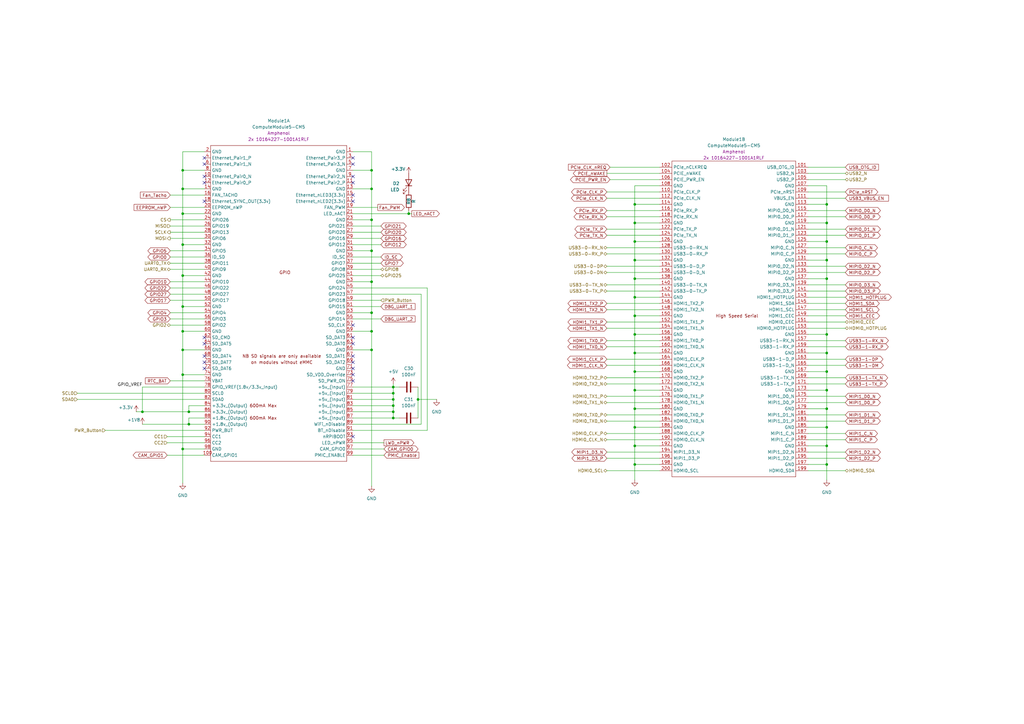
<source format=kicad_sch>
(kicad_sch (version 20250114) (generator "eeschema") (generator_version "9.0")
  (paper "A3")
  (lib_symbols
    (symbol "CM5IO:ComputeModule5-CM5"
      (property "Reference" "Module" (at 113.03 -68.58 0))
      (property "Value" "ComputeModule5-CM5" (at 140.97 2.54 0))
      (property "Field4" "Amphenol" (at 0 0 0))
      (property "Field5" "2x 10164227-1001A1RLF" (at 0 -2.54 0))
      (symbol "ComputeModule5-CM5_1_0"
        (text "GPIO" (at 0 6.35 0) (effects (font (size 1.27 1.27))))
      )
      (symbol "ComputeModule5-CM5_1_1"
        (rectangle (start -30.48 -71.12) (end 25.4 58.42))
        (text "600mA Max" (at -8.89 -48.26 0) (effects (font (size 1.27 1.27))))
        (text "600mA Max" (at -8.89 -53.34 0) (effects (font (size 1.27 1.27))))
        (text "NB SD signals are only available" (at -1.27 -27.94 0) (effects (font (size 1.27 1.27))))
        (text "on modules without eMMC" (at -1.27 -30.48 0) (effects (font (size 1.27 1.27))))
        (pin power_in line (at -33.02 55.88 0) (length 2.54) (name "GND") (number "2"))
        (pin passive line (at -33.02 53.34 0) (length 2.54) (name "Ethernet_Pair1_P") (number "4"))
        (pin passive line (at -33.02 50.8 0) (length 2.54) (name "Ethernet_Pair1_N") (number "6"))
        (pin power_in line (at -33.02 48.26 0) (length 2.54) (name "GND") (number "8"))
        (pin passive line (at -33.02 45.72 0) (length 2.54) (name "Ethernet_Pair0_N") (number "10"))
        (pin passive line (at -33.02 43.18 0) (length 2.54) (name "Ethernet_Pair0_P") (number "12"))
        (pin power_in line (at -33.02 40.64 0) (length 2.54) (name "GND") (number "14"))
        (pin input line (at -33.02 38.1 0) (length 2.54) (name "FAN_TACHO") (number "16"))
        (pin input line (at -33.02 35.56 0) (length 2.54) (name "Ethernet_SYNC_OUT(3.3v)") (number "18"))
        (pin passive line (at -33.02 33.02 0) (length 2.54) (name "EEPROM_nWP") (number "20"))
        (pin power_in line (at -33.02 30.48 0) (length 2.54) (name "GND") (number "22"))
        (pin passive line (at -33.02 27.94 0) (length 2.54) (name "GPIO26") (number "24"))
        (pin passive line (at -33.02 25.4 0) (length 2.54) (name "GPIO19") (number "26"))
        (pin passive line (at -33.02 22.86 0) (length 2.54) (name "GPIO13") (number "28"))
        (pin passive line (at -33.02 20.32 0) (length 2.54) (name "GPIO6") (number "30"))
        (pin power_in line (at -33.02 17.78 0) (length 2.54) (name "GND") (number "32"))
        (pin passive line (at -33.02 15.24 0) (length 2.54) (name "GPIO5") (number "34"))
        (pin passive line (at -33.02 12.7 0) (length 2.54) (name "ID_SD") (number "36"))
        (pin passive line (at -33.02 10.16 0) (length 2.54) (name "GPIO11") (number "38"))
        (pin passive line (at -33.02 7.62 0) (length 2.54) (name "GPIO9") (number "40"))
        (pin power_in line (at -33.02 5.08 0) (length 2.54) (name "GND") (number "42"))
        (pin passive line (at -33.02 2.54 0) (length 2.54) (name "GPIO10") (number "44"))
        (pin passive line (at -33.02 0 0) (length 2.54) (name "GPIO22") (number "46"))
        (pin passive line (at -33.02 -2.54 0) (length 2.54) (name "GPIO27") (number "48"))
        (pin passive line (at -33.02 -5.08 0) (length 2.54) (name "GPIO17") (number "50"))
        (pin power_in line (at -33.02 -7.62 0) (length 2.54) (name "GND") (number "52"))
        (pin passive line (at -33.02 -10.16 0) (length 2.54) (name "GPIO4") (number "54"))
        (pin passive line (at -33.02 -12.7 0) (length 2.54) (name "GPIO3") (number "56"))
        (pin passive line (at -33.02 -15.24 0) (length 2.54) (name "GPIO2") (number "58"))
        (pin power_in line (at -33.02 -17.78 0) (length 2.54) (name "GND") (number "60"))
        (pin passive line (at -33.02 -20.32 0) (length 2.54) (name "SD_CMD") (number "62"))
        (pin passive line (at -33.02 -22.86 0) (length 2.54) (name "SD_DAT5") (number "64"))
        (pin power_in line (at -33.02 -25.4 0) (length 2.54) (name "GND") (number "66"))
        (pin passive line (at -33.02 -27.94 0) (length 2.54) (name "SD_DAT4") (number "68"))
        (pin passive line (at -33.02 -30.48 0) (length 2.54) (name "SD_DAT7") (number "70"))
        (pin passive line (at -33.02 -33.02 0) (length 2.54) (name "SD_DAT6") (number "72"))
        (pin power_in line (at -33.02 -35.56 0) (length 2.54) (name "GND") (number "74"))
        (pin passive line (at -33.02 -38.1 0) (length 2.54) (name "VBAT") (number "76"))
        (pin power_in line (at -33.02 -40.64 0) (length 2.54) (name "GPIO_VREF(1.8v/3.3v_Input)") (number "78"))
        (pin passive line (at -33.02 -43.18 0) (length 2.54) (name "SCL0") (number "80"))
        (pin passive line (at -33.02 -45.72 0) (length 2.54) (name "SDA0") (number "82"))
        (pin power_out line (at -33.02 -48.26 0) (length 2.54) (name "+3.3v_(Output)") (number "84"))
        (pin passive line (at -33.02 -50.8 0) (length 2.54) (name "+3.3v_(Output)") (number "86"))
        (pin power_out line (at -33.02 -53.34 0) (length 2.54) (name "+1.8v_(Output)") (number "88"))
        (pin passive line (at -33.02 -55.88 0) (length 2.54) (name "+1.8v_(Output)") (number "90"))
        (pin passive line (at -33.02 -58.42 0) (length 2.54) (name "PWR_BUT") (number "92"))
        (pin passive line (at -33.02 -60.96 0) (length 2.54) (name "CC1") (number "94"))
        (pin passive line (at -33.02 -63.5 0) (length 2.54) (name "CC2") (number "96"))
        (pin power_in line (at -33.02 -66.04 0) (length 2.54) (name "GND") (number "98"))
        (pin passive line (at -33.02 -68.58 0) (length 2.54) (name "CAM_GPIO1") (number "100"))
        (pin power_in line (at 27.94 55.88 180) (length 2.54) (name "GND") (number "1"))
        (pin passive line (at 27.94 53.34 180) (length 2.54) (name "Ethernet_Pair3_P") (number "3"))
        (pin passive line (at 27.94 50.8 180) (length 2.54) (name "Ethernet_Pair3_N") (number "5"))
        (pin power_in line (at 27.94 48.26 180) (length 2.54) (name "GND") (number "7"))
        (pin passive line (at 27.94 45.72 180) (length 2.54) (name "Ethernet_Pair2_N") (number "9"))
        (pin passive line (at 27.94 43.18 180) (length 2.54) (name "Ethernet_Pair2_P") (number "11"))
        (pin power_in line (at 27.94 40.64 180) (length 2.54) (name "GND") (number "13"))
        (pin output line (at 27.94 38.1 180) (length 2.54) (name "Ethernet_nLED3(3.3v)") (number "15"))
        (pin output line (at 27.94 35.56 180) (length 2.54) (name "Ethernet_nLED2(3.3v)") (number "17"))
        (pin output line (at 27.94 33.02 180) (length 2.54) (name "FAN_PWM") (number "19"))
        (pin open_collector line (at 27.94 30.48 180) (length 2.54) (name "LED_nACT") (number "21"))
        (pin power_in line (at 27.94 27.94 180) (length 2.54) (name "GND") (number "23"))
        (pin passive line (at 27.94 25.4 180) (length 2.54) (name "GPIO21") (number "25"))
        (pin passive line (at 27.94 22.86 180) (length 2.54) (name "GPIO20") (number "27"))
        (pin passive line (at 27.94 20.32 180) (length 2.54) (name "GPIO16") (number "29"))
        (pin passive line (at 27.94 17.78 180) (length 2.54) (name "GPIO12") (number "31"))
        (pin power_in line (at 27.94 15.24 180) (length 2.54) (name "GND") (number "33"))
        (pin passive line (at 27.94 12.7 180) (length 2.54) (name "ID_SC") (number "35"))
        (pin passive line (at 27.94 10.16 180) (length 2.54) (name "GPIO7") (number "37"))
        (pin passive line (at 27.94 7.62 180) (length 2.54) (name "GPIO8") (number "39"))
        (pin passive line (at 27.94 5.08 180) (length 2.54) (name "GPIO25") (number "41"))
        (pin power_in line (at 27.94 2.54 180) (length 2.54) (name "GND") (number "43"))
        (pin passive line (at 27.94 0 180) (length 2.54) (name "GPIO24") (number "45"))
        (pin passive line (at 27.94 -2.54 180) (length 2.54) (name "GPIO23") (number "47"))
        (pin passive line (at 27.94 -5.08 180) (length 2.54) (name "GPIO18") (number "49"))
        (pin passive line (at 27.94 -7.62 180) (length 2.54) (name "GPIO15") (number "51"))
        (pin power_in line (at 27.94 -10.16 180) (length 2.54) (name "GND") (number "53"))
        (pin passive line (at 27.94 -12.7 180) (length 2.54) (name "GPIO14") (number "55"))
        (pin passive line (at 27.94 -15.24 180) (length 2.54) (name "SD_CLK") (number "57"))
        (pin power_in line (at 27.94 -17.78 180) (length 2.54) (name "GND") (number "59"))
        (pin passive line (at 27.94 -20.32 180) (length 2.54) (name "SD_DAT3") (number "61"))
        (pin passive line (at 27.94 -22.86 180) (length 2.54) (name "SD_DAT0") (number "63"))
        (pin power_in line (at 27.94 -25.4 180) (length 2.54) (name "GND") (number "65"))
        (pin passive line (at 27.94 -27.94 180) (length 2.54) (name "SD_DAT1") (number "67"))
        (pin passive line (at 27.94 -30.48 180) (length 2.54) (name "SD_DAT2") (number "69"))
        (pin power_in line (at 27.94 -33.02 180) (length 2.54) (name "GND") (number "71"))
        (pin input line (at 27.94 -35.56 180) (length 2.54) (name "SD_VDD_Override") (number "73"))
        (pin output line (at 27.94 -38.1 180) (length 2.54) (name "SD_PWR_ON") (number "75"))
        (pin power_in line (at 27.94 -40.64 180) (length 2.54) (name "+5v_(Input)") (number "77"))
        (pin power_in line (at 27.94 -43.18 180) (length 2.54) (name "+5v_(Input)") (number "79"))
        (pin power_in line (at 27.94 -45.72 180) (length 2.54) (name "+5v_(Input)") (number "81"))
        (pin power_in line (at 27.94 -48.26 180) (length 2.54) (name "+5v_(Input)") (number "83"))
        (pin power_in line (at 27.94 -50.8 180) (length 2.54) (name "+5v_(Input)") (number "85"))
        (pin power_in line (at 27.94 -53.34 180) (length 2.54) (name "+5v_(Input)") (number "87"))
        (pin input line (at 27.94 -55.88 180) (length 2.54) (name "WiFi_nDisable") (number "89"))
        (pin input line (at 27.94 -58.42 180) (length 2.54) (name "BT_nDisable") (number "91"))
        (pin input line (at 27.94 -60.96 180) (length 2.54) (name "nRPIBOOT") (number "93"))
        (pin output line (at 27.94 -63.5 180) (length 2.54) (name "LED_nPWR") (number "95"))
        (pin passive line (at 27.94 -66.04 180) (length 2.54) (name "CAM_GPIO0") (number "97"))
        (pin input line (at 27.94 -68.58 180) (length 2.54) (name "PMIC_ENABLE") (number "99"))
      )
      (symbol "ComputeModule5-CM5_2_1"
        (rectangle (start 114.3 -66.04) (end 165.1 63.5))
        (text "High Speed Serial" (at 140.97 0 0) (effects (font (size 1.27 1.27))))
        (pin input line (at 109.22 60.96 0) (length 5.08) (name "PCIe_nCLKREQ") (number "102"))
        (pin input line (at 109.22 58.42 0) (length 5.08) (name "PCIE_nWAKE") (number "104"))
        (pin output line (at 109.22 55.88 0) (length 5.08) (name "PCIE_PWR_EN") (number "106"))
        (pin power_in line (at 109.22 53.34 0) (length 5.08) (name "GND") (number "108"))
        (pin output line (at 109.22 50.8 0) (length 5.08) (name "PCIe_CLK_P") (number "110"))
        (pin output line (at 109.22 48.26 0) (length 5.08) (name "PCIe_CLK_N") (number "112"))
        (pin power_in line (at 109.22 45.72 0) (length 5.08) (name "GND") (number "114"))
        (pin input line (at 109.22 43.18 0) (length 5.08) (name "PCIe_RX_P") (number "116"))
        (pin input line (at 109.22 40.64 0) (length 5.08) (name "PCIe_RX_N") (number "118"))
        (pin power_in line (at 109.22 38.1 0) (length 5.08) (name "GND") (number "120"))
        (pin output line (at 109.22 35.56 0) (length 5.08) (name "PCIe_TX_P") (number "122"))
        (pin output line (at 109.22 33.02 0) (length 5.08) (name "PCIe_TX_N") (number "124"))
        (pin power_in line (at 109.22 30.48 0) (length 5.08) (name "GND") (number "126"))
        (pin input line (at 109.22 27.94 0) (length 5.08) (name "USB3-0-RX_N") (number "128"))
        (pin input line (at 109.22 25.4 0) (length 5.08) (name "USB3-0-RX_P") (number "130"))
        (pin power_in line (at 109.22 22.86 0) (length 5.08) (name "GND") (number "132"))
        (pin passive line (at 109.22 20.32 0) (length 5.08) (name "USB3-0-D_P") (number "134"))
        (pin passive line (at 109.22 17.78 0) (length 5.08) (name "USB3-0-D_N") (number "136"))
        (pin power_in line (at 109.22 15.24 0) (length 5.08) (name "GND") (number "138"))
        (pin output line (at 109.22 12.7 0) (length 5.08) (name "USB3-0-TX_N") (number "140"))
        (pin output line (at 109.22 10.16 0) (length 5.08) (name "USB3-0-TX_P") (number "142"))
        (pin power_in line (at 109.22 7.62 0) (length 5.08) (name "GND") (number "144"))
        (pin output line (at 109.22 5.08 0) (length 5.08) (name "HDMI1_TX2_P") (number "146"))
        (pin output line (at 109.22 2.54 0) (length 5.08) (name "HDMI1_TX2_N") (number "148"))
        (pin power_in line (at 109.22 0 0) (length 5.08) (name "GND") (number "150"))
        (pin output line (at 109.22 -2.54 0) (length 5.08) (name "HDMI1_TX1_P") (number "152"))
        (pin output line (at 109.22 -5.08 0) (length 5.08) (name "HDMI1_TX1_N") (number "154"))
        (pin power_in line (at 109.22 -7.62 0) (length 5.08) (name "GND") (number "156"))
        (pin output line (at 109.22 -10.16 0) (length 5.08) (name "HDMI1_TX0_P") (number "158"))
        (pin output line (at 109.22 -12.7 0) (length 5.08) (name "HDMI1_TX0_N") (number "160"))
        (pin power_in line (at 109.22 -15.24 0) (length 5.08) (name "GND") (number "162"))
        (pin output line (at 109.22 -17.78 0) (length 5.08) (name "HDMI1_CLK_P") (number "164"))
        (pin output line (at 109.22 -20.32 0) (length 5.08) (name "HDMI1_CLK_N") (number "166"))
        (pin power_in line (at 109.22 -22.86 0) (length 5.08) (name "GND") (number "168"))
        (pin output line (at 109.22 -25.4 0) (length 5.08) (name "HDMI0_TX2_P") (number "170"))
        (pin output line (at 109.22 -27.94 0) (length 5.08) (name "HDMI0_TX2_N") (number "172"))
        (pin power_in line (at 109.22 -30.48 0) (length 5.08) (name "GND") (number "174"))
        (pin output line (at 109.22 -33.02 0) (length 5.08) (name "HDMI0_TX1_P") (number "176"))
        (pin output line (at 109.22 -35.56 0) (length 5.08) (name "HDMI0_TX1_N") (number "178"))
        (pin power_in line (at 109.22 -38.1 0) (length 5.08) (name "GND") (number "180"))
        (pin output line (at 109.22 -40.64 0) (length 5.08) (name "HDMI0_TX0_P") (number "182"))
        (pin output line (at 109.22 -43.18 0) (length 5.08) (name "HDMI0_TX0_N") (number "184"))
        (pin power_in line (at 109.22 -45.72 0) (length 5.08) (name "GND") (number "186"))
        (pin output line (at 109.22 -48.26 0) (length 5.08) (name "HDMI0_CLK_P") (number "188"))
        (pin output line (at 109.22 -50.8 0) (length 5.08) (name "HDMI0_CLK_N") (number "190"))
        (pin power_in line (at 109.22 -53.34 0) (length 5.08) (name "GND") (number "192"))
        (pin output line (at 109.22 -55.88 0) (length 5.08) (name "MIPI1_D3_N") (number "194"))
        (pin output line (at 109.22 -58.42 0) (length 5.08) (name "MIPI1_D3_P") (number "196"))
        (pin power_in line (at 109.22 -60.96 0) (length 5.08) (name "GND") (number "198"))
        (pin open_collector line (at 109.22 -63.5 0) (length 5.08) (name "HDMI0_SCL") (number "200"))
        (pin input line (at 170.18 60.96 180) (length 5.08) (name "USB_OTG_ID") (number "101"))
        (pin passive line (at 170.18 58.42 180) (length 5.08) (name "USB2_N") (number "103"))
        (pin passive line (at 170.18 55.88 180) (length 5.08) (name "USB2_P") (number "105"))
        (pin power_in line (at 170.18 53.34 180) (length 5.08) (name "GND") (number "107"))
        (pin output line (at 170.18 50.8 180) (length 5.08) (name "PCIe_nRST") (number "109"))
        (pin output line (at 170.18 48.26 180) (length 5.08) (name "VBUS_EN") (number "111"))
        (pin power_in line (at 170.18 45.72 180) (length 5.08) (name "GND") (number "113"))
        (pin input line (at 170.18 43.18 180) (length 5.08) (name "MIPI0_D0_N") (number "115"))
        (pin input line (at 170.18 40.64 180) (length 5.08) (name "MIPI0_D0_P") (number "117"))
        (pin power_in line (at 170.18 38.1 180) (length 5.08) (name "GND") (number "119"))
        (pin input line (at 170.18 35.56 180) (length 5.08) (name "MIPI0_D1_N") (number "121"))
        (pin input line (at 170.18 33.02 180) (length 5.08) (name "MIPI0_D1_P") (number "123"))
        (pin power_in line (at 170.18 30.48 180) (length 5.08) (name "GND") (number "125"))
        (pin input line (at 170.18 27.94 180) (length 5.08) (name "MIPI0_C_N") (number "127"))
        (pin input line (at 170.18 25.4 180) (length 5.08) (name "MIPI0_C_P") (number "129"))
        (pin power_in line (at 170.18 22.86 180) (length 5.08) (name "GND") (number "131"))
        (pin input line (at 170.18 20.32 180) (length 5.08) (name "MIPI0_D2_N") (number "133"))
        (pin input line (at 170.18 17.78 180) (length 5.08) (name "MIPI0_D2_P") (number "135"))
        (pin power_in line (at 170.18 15.24 180) (length 5.08) (name "GND") (number "137"))
        (pin input line (at 170.18 12.7 180) (length 5.08) (name "MIPI0_D3_N") (number "139"))
        (pin input line (at 170.18 10.16 180) (length 5.08) (name "MIPI0_D3_P") (number "141"))
        (pin input line (at 170.18 7.62 180) (length 5.08) (name "HDMI1_HOTPLUG") (number "143"))
        (pin bidirectional line (at 170.18 5.08 180) (length 5.08) (name "HDMI1_SDA") (number "145"))
        (pin open_collector line (at 170.18 2.54 180) (length 5.08) (name "HDMI1_SCL") (number "147"))
        (pin open_collector line (at 170.18 0 180) (length 5.08) (name "HDMI1_CEC") (number "149"))
        (pin open_collector line (at 170.18 -2.54 180) (length 5.08) (name "HDMI0_CEC") (number "151"))
        (pin input line (at 170.18 -5.08 180) (length 5.08) (name "HDMI0_HOTPLUG") (number "153"))
        (pin power_in line (at 170.18 -7.62 180) (length 5.08) (name "GND") (number "155"))
        (pin input line (at 170.18 -10.16 180) (length 5.08) (name "USB3-1-RX_N") (number "157"))
        (pin input line (at 170.18 -12.7 180) (length 5.08) (name "USB3-1-RX_P") (number "159"))
        (pin power_in line (at 170.18 -15.24 180) (length 5.08) (name "GND") (number "161"))
        (pin passive line (at 170.18 -17.78 180) (length 5.08) (name "USB3-1-D_P") (number "163"))
        (pin passive line (at 170.18 -20.32 180) (length 5.08) (name "USB3-1-D_N") (number "165"))
        (pin power_in line (at 170.18 -22.86 180) (length 5.08) (name "GND") (number "167"))
        (pin output line (at 170.18 -25.4 180) (length 5.08) (name "USB3-1-TX_N") (number "169"))
        (pin output line (at 170.18 -27.94 180) (length 5.08) (name "USB3-1-TX_P") (number "171"))
        (pin power_in line (at 170.18 -30.48 180) (length 5.08) (name "GND") (number "173"))
        (pin output line (at 170.18 -33.02 180) (length 5.08) (name "MIPI1_D0_N") (number "175"))
        (pin output line (at 170.18 -35.56 180) (length 5.08) (name "MIPI1_D0_P") (number "177"))
        (pin power_in line (at 170.18 -38.1 180) (length 5.08) (name "GND") (number "179"))
        (pin output line (at 170.18 -40.64 180) (length 5.08) (name "MIPI1_D1_N") (number "181"))
        (pin output line (at 170.18 -43.18 180) (length 5.08) (name "MIPI1_D1_P") (number "183"))
        (pin power_in line (at 170.18 -45.72 180) (length 5.08) (name "GND") (number "185"))
        (pin output line (at 170.18 -48.26 180) (length 5.08) (name "MIPI1_C_N") (number "187"))
        (pin output line (at 170.18 -50.8 180) (length 5.08) (name "MIPI1_C_P") (number "189"))
        (pin power_in line (at 170.18 -53.34 180) (length 5.08) (name "GND") (number "191"))
        (pin output line (at 170.18 -55.88 180) (length 5.08) (name "MIPI1_D2_N") (number "193"))
        (pin output line (at 170.18 -58.42 180) (length 5.08) (name "MIPI1_D2_P") (number "195"))
        (pin power_in line (at 170.18 -60.96 180) (length 5.08) (name "GND") (number "197"))
        (pin bidirectional line (at 170.18 -63.5 180) (length 5.08) (name "HDMI0_SDA") (number "199"))
      )
    )
    (symbol "Device:C" (pin_numbers (hide yes)) (pin_names (offset 0.254))
      (property "Reference" "C" (at 0.635 2.54 0))
      (property "Value" "C" (at 0.635 -2.54 0))
      (symbol "C_0_1"
        (polyline (pts (xy -2.032 0.762) (xy 2.032 0.762)) (stroke (width 0.508)))
        (polyline (pts (xy -2.032 -0.762) (xy 2.032 -0.762)) (stroke (width 0.508)))
      )
      (symbol "C_1_1"
        (pin passive line (at 0 3.81 270) (length 2.794) (name "~") (number "1"))
        (pin passive line (at 0 -3.81 90) (length 2.794) (name "~") (number "2"))
      )
    )
    (symbol "Device:LED" (pin_numbers (hide yes)) (pin_names (offset 1.016) (hide yes))
      (property "Reference" "D" (at 0 2.54 0))
      (property "Value" "LED" (at 0 -2.54 0))
      (symbol "LED_0_1"
        (polyline (pts (xy -3.048 -0.762) (xy -4.572 -2.286) (xy -3.81 -2.286) (xy -4.572 -2.286) (xy -4.572 -1.524)))
        (polyline (pts (xy -1.778 -0.762) (xy -3.302 -2.286) (xy -2.54 -2.286) (xy -3.302 -2.286) (xy -3.302 -1.524)))
        (polyline (pts (xy -1.27 0) (xy 1.27 0)))
        (polyline (pts (xy -1.27 -1.27) (xy -1.27 1.27)) (stroke (width 0.254)))
        (polyline (pts (xy 1.27 -1.27) (xy 1.27 1.27) (xy -1.27 0) (xy 1.27 -1.27)) (stroke (width 0.254)))
      )
      (symbol "LED_1_1"
        (pin passive line (at -3.81 0 0) (length 2.54) (name "K") (number "1"))
        (pin passive line (at 3.81 0 180) (length 2.54) (name "A") (number "2"))
      )
    )
    (symbol "Device:R" (pin_numbers (hide yes)) (pin_names (offset 0))
      (property "Reference" "R" (at 2.032 0 90))
      (property "Value" "R" (at 0 0 90))
      (symbol "R_0_1"
        (rectangle (start -1.016 -2.54) (end 1.016 2.54) (stroke (width 0.254)))
      )
      (symbol "R_1_1"
        (pin passive line (at 0 3.81 270) (length 1.27) (name "~") (number "1"))
        (pin passive line (at 0 -3.81 90) (length 1.27) (name "~") (number "2"))
      )
    )
    (symbol "power:+1V8" (power) (pin_numbers (hide yes)) (pin_names (offset 0) (hide yes))
      (property "Value" "+1V8" (at 0 3.556 0))
      (symbol "+1V8_0_1"
        (polyline (pts (xy -0.762 1.27) (xy 0 2.54)))
        (polyline (pts (xy 0 2.54) (xy 0.762 1.27)))
        (polyline (pts (xy 0 0) (xy 0 2.54)))
      )
      (symbol "+1V8_1_1"
        (pin power_in line (at 0 0 90) (length 0) (name "~") (number "1"))
      )
    )
    (symbol "power:+3.3V" (power) (pin_numbers (hide yes)) (pin_names (offset 0) (hide yes))
      (property "Value" "+3.3V" (at 0 3.556 0))
      (symbol "+3.3V_0_1"
        (polyline (pts (xy -0.762 1.27) (xy 0 2.54)))
        (polyline (pts (xy 0 2.54) (xy 0.762 1.27)))
        (polyline (pts (xy 0 0) (xy 0 2.54)))
      )
      (symbol "+3.3V_1_1"
        (pin power_in line (at 0 0 90) (length 0) (name "~") (number "1"))
      )
    )
    (symbol "power:+5V" (power) (pin_numbers (hide yes)) (pin_names (offset 0) (hide yes))
      (property "Value" "+5V" (at 0 3.556 0))
      (symbol "+5V_0_1"
        (polyline (pts (xy -0.762 1.27) (xy 0 2.54)))
        (polyline (pts (xy 0 2.54) (xy 0.762 1.27)))
        (polyline (pts (xy 0 0) (xy 0 2.54)))
      )
      (symbol "+5V_1_1"
        (pin power_in line (at 0 0 90) (length 0) (name "~") (number "1"))
      )
    )
    (symbol "power:GND" (power) (pin_numbers (hide yes)) (pin_names (offset 0) (hide yes))
      (property "Value" "GND" (at 0 -3.81 0))
      (symbol "GND_0_1"
        (polyline (pts (xy 0 0) (xy 0 -1.27) (xy 1.27 -1.27) (xy 0 -2.54) (xy -1.27 -1.27) (xy 0 -1.27)))
      )
      (symbol "GND_1_1"
        (pin power_in line (at 0 0 270) (length 0) (name "~") (number "1"))
      )
    )
  )
  (junction (at 74.93 113.03))
  (junction (at 152.4 128.27))
  (junction (at 74.93 69.85))
  (junction (at 167.64 87.63))
  (junction (at 339.09 160.02))
  (junction (at 260.35 114.3))
  (junction (at 339.09 182.88))
  (junction (at 339.09 190.5))
  (junction (at 74.93 184.15))
  (junction (at 58.42 168.91))
  (junction (at 339.09 114.3))
  (junction (at 171.45 163.83))
  (junction (at 161.29 158.75))
  (junction (at 74.93 125.73))
  (junction (at 74.93 100.33))
  (junction (at 260.35 129.54))
  (junction (at 339.09 175.26))
  (junction (at 74.93 135.89))
  (junction (at 260.35 106.68))
  (junction (at 152.4 77.47))
  (junction (at 77.47 173.99))
  (junction (at 152.4 135.89))
  (junction (at 260.35 152.4))
  (junction (at 260.35 91.44))
  (junction (at 152.4 115.57))
  (junction (at 74.93 143.51))
  (junction (at 260.35 175.26))
  (junction (at 161.29 168.91))
  (junction (at 161.29 163.83))
  (junction (at 260.35 167.64))
  (junction (at 161.29 166.37))
  (junction (at 152.4 143.51))
  (junction (at 260.35 182.88))
  (junction (at 152.4 90.17))
  (junction (at 260.35 83.82))
  (junction (at 339.09 106.68))
  (junction (at 339.09 137.16))
  (junction (at 74.93 77.47))
  (junction (at 161.29 171.45))
  (junction (at 152.4 102.87))
  (junction (at 152.4 69.85))
  (junction (at 339.09 83.82))
  (junction (at 339.09 99.06))
  (junction (at 339.09 91.44))
  (junction (at 260.35 160.02))
  (junction (at 161.29 161.29))
  (junction (at 260.35 144.78))
  (junction (at 260.35 137.16))
  (junction (at 74.93 153.67))
  (junction (at 74.93 87.63))
  (junction (at 339.09 167.64))
  (junction (at 77.47 168.91))
  (junction (at 339.09 152.4))
  (junction (at 260.35 190.5))
  (junction (at 260.35 99.06))
  (junction (at 339.09 144.78))
  (junction (at 260.35 121.92))
  (no_connect (at 144.78 148.59))
  (no_connect (at 144.78 82.55))
  (no_connect (at 83.82 72.39))
  (no_connect (at 83.82 138.43))
  (no_connect (at 83.82 146.05))
  (no_connect (at 144.78 64.77))
  (no_connect (at 83.82 74.93))
  (no_connect (at 83.82 82.55))
  (no_connect (at 144.78 153.67))
  (no_connect (at 144.78 138.43))
  (no_connect (at 83.82 64.77))
  (no_connect (at 83.82 140.97))
  (no_connect (at 144.78 156.21))
  (no_connect (at 83.82 67.31))
  (no_connect (at 144.78 80.01))
  (no_connect (at 144.78 72.39))
  (no_connect (at 144.78 140.97))
  (no_connect (at 83.82 151.13))
  (no_connect (at 144.78 133.35))
  (no_connect (at 144.78 146.05))
  (no_connect (at 83.82 148.59))
  (no_connect (at 144.78 74.93))
  (no_connect (at 144.78 179.07))
  (no_connect (at 144.78 67.31))
  (no_connect (at 144.78 151.13))
  (wire (pts (xy 144.78 120.65) (xy 172.72 120.65)))
  (wire (pts (xy 346.71 170.18) (xy 331.47 170.18)))
  (wire (pts (xy 74.93 153.67) (xy 74.93 143.51)))
  (wire (pts (xy 144.78 135.89) (xy 152.4 135.89)))
  (wire (pts (xy 83.82 181.61) (xy 68.58 181.61)))
  (wire (pts (xy 270.51 104.14) (xy 248.92 104.14)))
  (wire (pts (xy 83.82 184.15) (xy 74.93 184.15)))
  (wire (pts (xy 270.51 83.82) (xy 260.35 83.82)))
  (wire (pts (xy 74.93 125.73) (xy 74.93 113.03)))
  (wire (pts (xy 83.82 107.95) (xy 69.85 107.95)))
  (wire (pts (xy 346.71 124.46) (xy 331.47 124.46)))
  (wire (pts (xy 83.82 179.07) (xy 68.58 179.07)))
  (wire (pts (xy 270.51 111.76) (xy 248.92 111.76)))
  (wire (pts (xy 83.82 123.19) (xy 69.85 123.19)))
  (wire (pts (xy 31.75 161.29) (xy 83.82 161.29)))
  (wire (pts (xy 74.93 87.63) (xy 74.93 77.47)))
  (wire (pts (xy 144.78 143.51) (xy 152.4 143.51)))
  (wire (pts (xy 161.29 171.45) (xy 163.83 171.45)))
  (wire (pts (xy 346.71 147.32) (xy 331.47 147.32)))
  (wire (pts (xy 83.82 120.65) (xy 69.85 120.65)))
  (wire (pts (xy 270.51 76.2) (xy 260.35 76.2)))
  (wire (pts (xy 270.51 73.66) (xy 250.19 73.66)))
  (wire (pts (xy 270.51 99.06) (xy 260.35 99.06)))
  (wire (pts (xy 260.35 182.88) (xy 260.35 175.26)))
  (wire (pts (xy 161.29 157.48) (xy 161.29 158.75)))
  (wire (pts (xy 156.21 105.41) (xy 144.78 105.41)))
  (wire (pts (xy 77.47 171.45) (xy 77.47 173.99)))
  (wire (pts (xy 83.82 110.49) (xy 69.85 110.49)))
  (wire (pts (xy 260.35 137.16) (xy 260.35 129.54)))
  (wire (pts (xy 83.82 95.25) (xy 69.85 95.25)))
  (wire (pts (xy 156.21 95.25) (xy 144.78 95.25)))
  (wire (pts (xy 346.71 172.72) (xy 331.47 172.72)))
  (wire (pts (xy 83.82 158.75) (xy 58.42 158.75)))
  (wire (pts (xy 171.45 158.75) (xy 171.45 163.83)))
  (wire (pts (xy 346.71 104.14) (xy 331.47 104.14)))
  (wire (pts (xy 270.51 165.1) (xy 248.92 165.1)))
  (wire (pts (xy 346.71 180.34) (xy 331.47 180.34)))
  (wire (pts (xy 270.51 142.24) (xy 248.92 142.24)))
  (wire (pts (xy 179.07 163.83) (xy 171.45 163.83)))
  (wire (pts (xy 270.51 147.32) (xy 248.92 147.32)))
  (wire (pts (xy 260.35 114.3) (xy 260.35 106.68)))
  (wire (pts (xy 152.4 199.39) (xy 152.4 143.51)))
  (wire (pts (xy 83.82 130.81) (xy 69.85 130.81)))
  (wire (pts (xy 270.51 91.44) (xy 260.35 91.44)))
  (wire (pts (xy 270.51 81.28) (xy 248.92 81.28)))
  (wire (pts (xy 331.47 167.64) (xy 339.09 167.64)))
  (wire (pts (xy 260.35 175.26) (xy 260.35 167.64)))
  (wire (pts (xy 331.47 152.4) (xy 339.09 152.4)))
  (wire (pts (xy 270.51 134.62) (xy 248.92 134.62)))
  (wire (pts (xy 270.51 152.4) (xy 260.35 152.4)))
  (wire (pts (xy 270.51 139.7) (xy 248.92 139.7)))
  (wire (pts (xy 161.29 163.83) (xy 161.29 161.29)))
  (wire (pts (xy 346.71 193.04) (xy 331.47 193.04)))
  (wire (pts (xy 144.78 69.85) (xy 152.4 69.85)))
  (wire (pts (xy 156.21 110.49) (xy 144.78 110.49)))
  (wire (pts (xy 144.78 176.53) (xy 175.26 176.53)))
  (wire (pts (xy 156.21 107.95) (xy 144.78 107.95)))
  (wire (pts (xy 339.09 175.26) (xy 339.09 167.64)))
  (wire (pts (xy 270.51 119.38) (xy 248.92 119.38)))
  (wire (pts (xy 346.71 88.9) (xy 331.47 88.9)))
  (wire (pts (xy 74.93 135.89) (xy 74.93 125.73)))
  (wire (pts (xy 260.35 152.4) (xy 260.35 144.78)))
  (wire (pts (xy 83.82 168.91) (xy 77.47 168.91)))
  (wire (pts (xy 331.47 114.3) (xy 339.09 114.3)))
  (wire (pts (xy 346.71 134.62) (xy 331.47 134.62)))
  (wire (pts (xy 339.09 144.78) (xy 339.09 137.16)))
  (wire (pts (xy 260.35 196.85) (xy 260.35 190.5)))
  (wire (pts (xy 346.71 71.12) (xy 331.47 71.12)))
  (wire (pts (xy 83.82 85.09) (xy 69.85 85.09)))
  (wire (pts (xy 270.51 109.22) (xy 248.92 109.22)))
  (wire (pts (xy 58.42 168.91) (xy 55.88 168.91)))
  (wire (pts (xy 152.4 128.27) (xy 152.4 115.57)))
  (wire (pts (xy 152.4 77.47) (xy 152.4 69.85)))
  (wire (pts (xy 74.93 113.03) (xy 74.93 100.33)))
  (wire (pts (xy 144.78 102.87) (xy 152.4 102.87)))
  (wire (pts (xy 346.71 73.66) (xy 331.47 73.66)))
  (wire (pts (xy 346.71 142.24) (xy 331.47 142.24)))
  (wire (pts (xy 157.48 186.69) (xy 144.78 186.69)))
  (wire (pts (xy 346.71 116.84) (xy 331.47 116.84)))
  (wire (pts (xy 260.35 144.78) (xy 260.35 137.16)))
  (wire (pts (xy 339.09 196.85) (xy 339.09 190.5)))
  (wire (pts (xy 83.82 171.45) (xy 77.47 171.45)))
  (wire (pts (xy 270.51 88.9) (xy 248.92 88.9)))
  (wire (pts (xy 74.93 100.33) (xy 74.93 87.63)))
  (wire (pts (xy 260.35 106.68) (xy 260.35 99.06)))
  (wire (pts (xy 270.51 96.52) (xy 248.92 96.52)))
  (wire (pts (xy 83.82 128.27) (xy 69.85 128.27)))
  (wire (pts (xy 270.51 149.86) (xy 248.92 149.86)))
  (wire (pts (xy 156.21 97.79) (xy 144.78 97.79)))
  (wire (pts (xy 152.4 135.89) (xy 152.4 128.27)))
  (wire (pts (xy 152.4 90.17) (xy 152.4 77.47)))
  (wire (pts (xy 270.51 170.18) (xy 248.92 170.18)))
  (wire (pts (xy 83.82 87.63) (xy 74.93 87.63)))
  (wire (pts (xy 152.4 143.51) (xy 152.4 135.89)))
  (wire (pts (xy 144.78 77.47) (xy 152.4 77.47)))
  (wire (pts (xy 74.93 198.12) (xy 74.93 184.15)))
  (wire (pts (xy 346.71 132.08) (xy 331.47 132.08)))
  (wire (pts (xy 74.93 69.85) (xy 74.93 62.23)))
  (wire (pts (xy 339.09 152.4) (xy 339.09 144.78)))
  (wire (pts (xy 346.71 127) (xy 331.47 127)))
  (wire (pts (xy 83.82 143.51) (xy 74.93 143.51)))
  (wire (pts (xy 83.82 135.89) (xy 74.93 135.89)))
  (wire (pts (xy 346.71 139.7) (xy 331.47 139.7)))
  (wire (pts (xy 58.42 158.75) (xy 58.42 168.91)))
  (wire (pts (xy 331.47 160.02) (xy 339.09 160.02)))
  (wire (pts (xy 144.78 115.57) (xy 152.4 115.57)))
  (wire (pts (xy 331.47 190.5) (xy 339.09 190.5)))
  (wire (pts (xy 346.71 162.56) (xy 331.47 162.56)))
  (wire (pts (xy 270.51 160.02) (xy 260.35 160.02)))
  (wire (pts (xy 83.82 173.99) (xy 77.47 173.99)))
  (wire (pts (xy 161.29 166.37) (xy 161.29 163.83)))
  (wire (pts (xy 270.51 86.36) (xy 248.92 86.36)))
  (wire (pts (xy 144.78 128.27) (xy 152.4 128.27)))
  (wire (pts (xy 270.51 68.58) (xy 250.19 68.58)))
  (wire (pts (xy 270.51 190.5) (xy 260.35 190.5)))
  (wire (pts (xy 346.71 185.42) (xy 331.47 185.42)))
  (wire (pts (xy 83.82 133.35) (xy 69.85 133.35)))
  (wire (pts (xy 260.35 121.92) (xy 260.35 114.3)))
  (wire (pts (xy 270.51 106.68) (xy 260.35 106.68)))
  (wire (pts (xy 270.51 182.88) (xy 260.35 182.88)))
  (wire (pts (xy 270.51 180.34) (xy 248.92 180.34)))
  (wire (pts (xy 171.45 163.83) (xy 171.45 171.45)))
  (wire (pts (xy 339.09 114.3) (xy 339.09 106.68)))
  (wire (pts (xy 83.82 176.53) (xy 43.18 176.53)))
  (wire (pts (xy 156.21 100.33) (xy 144.78 100.33)))
  (wire (pts (xy 270.51 132.08) (xy 248.92 132.08)))
  (wire (pts (xy 144.78 161.29) (xy 161.29 161.29)))
  (wire (pts (xy 346.71 111.76) (xy 331.47 111.76)))
  (wire (pts (xy 270.51 154.94) (xy 248.92 154.94)))
  (wire (pts (xy 270.51 172.72) (xy 248.92 172.72)))
  (wire (pts (xy 152.4 102.87) (xy 152.4 90.17)))
  (wire (pts (xy 161.29 168.91) (xy 161.29 166.37)))
  (wire (pts (xy 144.78 173.99) (xy 172.72 173.99)))
  (wire (pts (xy 260.35 167.64) (xy 260.35 160.02)))
  (wire (pts (xy 346.71 177.8) (xy 331.47 177.8)))
  (wire (pts (xy 339.09 114.3) (xy 339.09 137.16)))
  (wire (pts (xy 161.29 158.75) (xy 163.83 158.75)))
  (wire (pts (xy 331.47 106.68) (xy 339.09 106.68)))
  (wire (pts (xy 74.93 62.23) (xy 83.82 62.23)))
  (wire (pts (xy 346.71 86.36) (xy 331.47 86.36)))
  (wire (pts (xy 83.82 80.01) (xy 69.85 80.01)))
  (wire (pts (xy 270.51 93.98) (xy 248.92 93.98)))
  (wire (pts (xy 270.51 78.74) (xy 248.92 78.74)))
  (wire (pts (xy 339.09 91.44) (xy 339.09 83.82)))
  (wire (pts (xy 83.82 102.87) (xy 69.85 102.87)))
  (wire (pts (xy 154.94 85.09) (xy 144.78 85.09)))
  (wire (pts (xy 77.47 166.37) (xy 77.47 168.91)))
  (wire (pts (xy 175.26 118.11) (xy 175.26 176.53)))
  (wire (pts (xy 339.09 99.06) (xy 339.09 91.44)))
  (wire (pts (xy 339.09 76.2) (xy 331.47 76.2)))
  (wire (pts (xy 270.51 127) (xy 248.92 127)))
  (wire (pts (xy 331.47 83.82) (xy 339.09 83.82)))
  (wire (pts (xy 346.71 78.74) (xy 331.47 78.74)))
  (wire (pts (xy 270.51 177.8) (xy 248.92 177.8)))
  (wire (pts (xy 83.82 153.67) (xy 74.93 153.67)))
  (wire (pts (xy 346.71 81.28) (xy 331.47 81.28)))
  (wire (pts (xy 74.93 143.51) (xy 74.93 135.89)))
  (wire (pts (xy 144.78 118.11) (xy 175.26 118.11)))
  (wire (pts (xy 172.72 120.65) (xy 172.72 173.99)))
  (wire (pts (xy 346.71 101.6) (xy 331.47 101.6)))
  (wire (pts (xy 31.75 163.83) (xy 83.82 163.83)))
  (wire (pts (xy 339.09 182.88) (xy 339.09 175.26)))
  (wire (pts (xy 339.09 83.82) (xy 339.09 76.2)))
  (wire (pts (xy 156.21 125.73) (xy 144.78 125.73)))
  (wire (pts (xy 331.47 91.44) (xy 339.09 91.44)))
  (wire (pts (xy 346.71 121.92) (xy 331.47 121.92)))
  (wire (pts (xy 346.71 154.94) (xy 331.47 154.94)))
  (wire (pts (xy 83.82 186.69) (xy 68.58 186.69)))
  (wire (pts (xy 83.82 166.37) (xy 77.47 166.37)))
  (wire (pts (xy 83.82 92.71) (xy 69.85 92.71)))
  (wire (pts (xy 346.71 157.48) (xy 331.47 157.48)))
  (wire (pts (xy 270.51 162.56) (xy 248.92 162.56)))
  (wire (pts (xy 161.29 161.29) (xy 161.29 158.75)))
  (wire (pts (xy 83.82 97.79) (xy 69.85 97.79)))
  (wire (pts (xy 144.78 163.83) (xy 161.29 163.83)))
  (wire (pts (xy 270.51 137.16) (xy 260.35 137.16)))
  (wire (pts (xy 83.82 118.11) (xy 69.85 118.11)))
  (wire (pts (xy 83.82 77.47) (xy 74.93 77.47)))
  (wire (pts (xy 339.09 106.68) (xy 339.09 99.06)))
  (wire (pts (xy 270.51 185.42) (xy 248.92 185.42)))
  (wire (pts (xy 83.82 115.57) (xy 69.85 115.57)))
  (wire (pts (xy 156.21 113.03) (xy 144.78 113.03)))
  (wire (pts (xy 270.51 124.46) (xy 248.92 124.46)))
  (wire (pts (xy 77.47 173.99) (xy 58.42 173.99)))
  (wire (pts (xy 331.47 99.06) (xy 339.09 99.06)))
  (wire (pts (xy 77.47 168.91) (xy 58.42 168.91)))
  (wire (pts (xy 260.35 190.5) (xy 260.35 182.88)))
  (wire (pts (xy 270.51 114.3) (xy 260.35 114.3)))
  (wire (pts (xy 152.4 62.23) (xy 144.78 62.23)))
  (wire (pts (xy 83.82 125.73) (xy 74.93 125.73)))
  (wire (pts (xy 270.51 129.54) (xy 260.35 129.54)))
  (wire (pts (xy 346.71 187.96) (xy 331.47 187.96)))
  (wire (pts (xy 270.51 175.26) (xy 260.35 175.26)))
  (wire (pts (xy 260.35 83.82) (xy 260.35 76.2)))
  (wire (pts (xy 270.51 144.78) (xy 260.35 144.78)))
  (wire (pts (xy 74.93 77.47) (xy 74.93 69.85)))
  (wire (pts (xy 270.51 101.6) (xy 248.92 101.6)))
  (wire (pts (xy 270.51 121.92) (xy 260.35 121.92)))
  (wire (pts (xy 339.09 190.5) (xy 339.09 182.88)))
  (wire (pts (xy 152.4 69.85) (xy 152.4 62.23)))
  (wire (pts (xy 83.82 113.03) (xy 74.93 113.03)))
  (wire (pts (xy 331.47 137.16) (xy 339.09 137.16)))
  (wire (pts (xy 270.51 71.12) (xy 248.92 71.12)))
  (wire (pts (xy 339.09 160.02) (xy 339.09 152.4)))
  (wire (pts (xy 260.35 99.06) (xy 260.35 91.44)))
  (wire (pts (xy 74.93 184.15) (xy 74.93 153.67)))
  (wire (pts (xy 346.71 165.1) (xy 331.47 165.1)))
  (wire (pts (xy 346.71 119.38) (xy 331.47 119.38)))
  (wire (pts (xy 270.51 157.48) (xy 248.92 157.48)))
  (wire (pts (xy 331.47 182.88) (xy 339.09 182.88)))
  (wire (pts (xy 152.4 115.57) (xy 152.4 102.87)))
  (wire (pts (xy 346.71 68.58) (xy 331.47 68.58)))
  (wire (pts (xy 346.71 149.86) (xy 331.47 149.86)))
  (wire (pts (xy 161.29 171.45) (xy 144.78 171.45)))
  (wire (pts (xy 144.78 130.81) (xy 156.21 130.81)))
  (wire (pts (xy 346.71 109.22) (xy 331.47 109.22)))
  (wire (pts (xy 331.47 144.78) (xy 339.09 144.78)))
  (wire (pts (xy 270.51 187.96) (xy 248.92 187.96)))
  (wire (pts (xy 157.48 181.61) (xy 144.78 181.61)))
  (wire (pts (xy 83.82 105.41) (xy 69.85 105.41)))
  (wire (pts (xy 339.09 167.64) (xy 339.09 160.02)))
  (wire (pts (xy 331.47 175.26) (xy 339.09 175.26)))
  (wire (pts (xy 346.71 93.98) (xy 331.47 93.98)))
  (wire (pts (xy 83.82 100.33) (xy 74.93 100.33)))
  (wire (pts (xy 83.82 69.85) (xy 74.93 69.85)))
  (wire (pts (xy 168.91 87.63) (xy 167.64 87.63)))
  (wire (pts (xy 156.21 92.71) (xy 144.78 92.71)))
  (wire (pts (xy 167.64 86.36) (xy 167.64 87.63)))
  (wire (pts (xy 260.35 129.54) (xy 260.35 121.92)))
  (wire (pts (xy 156.21 123.19) (xy 144.78 123.19)))
  (wire (pts (xy 167.64 87.63) (xy 144.78 87.63)))
  (wire (pts (xy 144.78 90.17) (xy 152.4 90.17)))
  (wire (pts (xy 83.82 90.17) (xy 69.85 90.17)))
  (wire (pts (xy 270.51 167.64) (xy 260.35 167.64)))
  (wire (pts (xy 270.51 116.84) (xy 248.92 116.84)))
  (wire (pts (xy 270.51 193.04) (xy 248.92 193.04)))
  (wire (pts (xy 83.82 156.21) (xy 69.85 156.21)))
  (wire (pts (xy 157.48 184.15) (xy 144.78 184.15)))
  (wire (pts (xy 260.35 160.02) (xy 260.35 152.4)))
  (wire (pts (xy 346.71 129.54) (xy 331.47 129.54)))
  (wire (pts (xy 346.71 96.52) (xy 331.47 96.52)))
  (wire (pts (xy 161.29 158.75) (xy 144.78 158.75)))
  (wire (pts (xy 260.35 91.44) (xy 260.35 83.82)))
  (wire (pts (xy 161.29 168.91) (xy 161.29 171.45)))
  (wire (pts (xy 144.78 168.91) (xy 161.29 168.91)))
  (wire (pts (xy 144.78 166.37) (xy 161.29 166.37)))
  (label "GPIO_VREF" (at 58.42 158.75 180))
  (global_label "MIPI1_D2_P" (shape bidirectional) (at 346.71 187.96 0) (property "Intersheetrefs" "${INTERSHEET_REFS}" (effects (hide yes))))
  (global_label "MIPI0_D0_N" (shape bidirectional) (at 346.71 86.36 0) (property "Intersheetrefs" "${INTERSHEET_REFS}" (effects (hide yes))))
  (global_label "GPIO16" (shape bidirectional) (at 156.21 97.79 0) (property "Intersheetrefs" "${INTERSHEET_REFS}" (effects (hide yes))))
  (global_label "PCIE_nWAKE" (shape output) (at 248.92 71.12 180) (property "Intersheetrefs" "${INTERSHEET_REFS}" (effects (hide yes))))
  (global_label "MIPI0_D3_N" (shape bidirectional) (at 346.71 116.84 0) (property "Intersheetrefs" "${INTERSHEET_REFS}" (effects (hide yes))))
  (global_label "HDMI1_TX2_P" (shape bidirectional) (at 248.92 124.46 180) (property "Intersheetrefs" "${INTERSHEET_REFS}" (effects (hide yes))))
  (global_label "MIPI0_C_N" (shape bidirectional) (at 346.71 101.6 0) (property "Intersheetrefs" "${INTERSHEET_REFS}" (effects (hide yes))))
  (global_label "CAM_GPIO0" (shape bidirectional) (at 157.48 184.15 0) (property "Intersheetrefs" "${INTERSHEET_REFS}" (effects (hide yes))))
  (global_label "MIPI0_D3_P" (shape bidirectional) (at 346.71 119.38 0) (property "Intersheetrefs" "${INTERSHEET_REFS}" (effects (hide yes))))
  (global_label "PCIe_CLK_N" (shape bidirectional) (at 248.92 81.28 180) (property "Intersheetrefs" "${INTERSHEET_REFS}" (effects (hide yes))))
  (global_label "MIPI1_C_N" (shape bidirectional) (at 346.71 177.8 0) (property "Intersheetrefs" "${INTERSHEET_REFS}" (effects (hide yes))))
  (global_label "HDMI1_SDA" (shape bidirectional) (at 346.71 124.46 0) (property "Intersheetrefs" "${INTERSHEET_REFS}" (effects (hide yes))))
  (global_label "GPIO17" (shape bidirectional) (at 69.85 123.19 180) (property "Intersheetrefs" "${INTERSHEET_REFS}" (effects (hide yes))))
  (global_label "USB3-1-RX_P" (shape bidirectional) (at 346.71 142.24 0) (property "Intersheetrefs" "${INTERSHEET_REFS}" (effects (hide yes))))
  (global_label "GPIO27" (shape bidirectional) (at 69.85 120.65 180) (property "Intersheetrefs" "${INTERSHEET_REFS}" (effects (hide yes))))
  (global_label "PCIe_CLK_P" (shape bidirectional) (at 248.92 78.74 180) (property "Intersheetrefs" "${INTERSHEET_REFS}" (effects (hide yes))))
  (global_label "HDMI1_CLK_P" (shape bidirectional) (at 248.92 147.32 180) (property "Intersheetrefs" "${INTERSHEET_REFS}" (effects (hide yes))))
  (global_label "ID_SC" (shape bidirectional) (at 156.21 105.41 0) (property "Intersheetrefs" "${INTERSHEET_REFS}" (effects (hide yes))))
  (global_label "MIPI1_D3_P" (shape bidirectional) (at 248.92 187.96 180) (property "Intersheetrefs" "${INTERSHEET_REFS}" (effects (hide yes))))
  (global_label "GPIO7" (shape bidirectional) (at 156.21 107.95 0) (property "Intersheetrefs" "${INTERSHEET_REFS}" (effects (hide yes))))
  (global_label "RTC_BAT" (shape input) (at 69.85 156.21 180) (property "Intersheetrefs" "${INTERSHEET_REFS}" (effects (hide yes))))
  (global_label "CAM_GPIO1" (shape bidirectional) (at 68.58 186.69 180) (property "Intersheetrefs" "${INTERSHEET_REFS}" (effects (hide yes))))
  (global_label "GPIO22" (shape bidirectional) (at 69.85 118.11 180) (property "Intersheetrefs" "${INTERSHEET_REFS}" (effects (hide yes))))
  (global_label "HDMI1_TX1_N" (shape bidirectional) (at 248.92 134.62 180) (property "Intersheetrefs" "${INTERSHEET_REFS}" (effects (hide yes))))
  (global_label "Fan_Tacho" (shape input) (at 69.85 80.01 180) (property "Intersheetrefs" "${INTERSHEET_REFS}" (effects (hide yes))))
  (global_label "HDMI1_HOTPLUG" (shape bidirectional) (at 346.71 121.92 0) (property "Intersheetrefs" "${INTERSHEET_REFS}" (effects (hide yes))))
  (global_label "PCIe_nRST" (shape bidirectional) (at 346.71 78.74 0) (property "Intersheetrefs" "${INTERSHEET_REFS}" (effects (hide yes))))
  (global_label "HDMI1_TX0_N" (shape bidirectional) (at 248.92 142.24 180) (property "Intersheetrefs" "${INTERSHEET_REFS}" (effects (hide yes))))
  (global_label "HDMI1_CEC" (shape bidirectional) (at 346.71 129.54 0) (property "Intersheetrefs" "${INTERSHEET_REFS}" (effects (hide yes))))
  (global_label "MIPI0_D0_P" (shape bidirectional) (at 346.71 88.9 0) (property "Intersheetrefs" "${INTERSHEET_REFS}" (effects (hide yes))))
  (global_label "USB3-1-RX_N" (shape bidirectional) (at 346.71 139.7 0) (property "Intersheetrefs" "${INTERSHEET_REFS}" (effects (hide yes))))
  (global_label "PCIe_TX_N" (shape bidirectional) (at 248.92 96.52 180) (property "Intersheetrefs" "${INTERSHEET_REFS}" (effects (hide yes))))
  (global_label "MIPI0_D2_P" (shape bidirectional) (at 346.71 111.76 0) (property "Intersheetrefs" "${INTERSHEET_REFS}" (effects (hide yes))))
  (global_label "MIPI1_C_P" (shape bidirectional) (at 346.71 180.34 0) (property "Intersheetrefs" "${INTERSHEET_REFS}" (effects (hide yes))))
  (global_label "MIPI1_D3_N" (shape bidirectional) (at 248.92 185.42 180) (property "Intersheetrefs" "${INTERSHEET_REFS}" (effects (hide yes))))
  (global_label "MIPI1_D0_P" (shape bidirectional) (at 346.71 165.1 0) (property "Intersheetrefs" "${INTERSHEET_REFS}" (effects (hide yes))))
  (global_label "MIPI0_D1_P" (shape bidirectional) (at 346.71 96.52 0) (property "Intersheetrefs" "${INTERSHEET_REFS}" (effects (hide yes))))
  (global_label "GPIO20" (shape bidirectional) (at 156.21 95.25 0) (property "Intersheetrefs" "${INTERSHEET_REFS}" (effects (hide yes))))
  (global_label "GPIO21" (shape bidirectional) (at 156.21 92.71 0) (property "Intersheetrefs" "${INTERSHEET_REFS}" (effects (hide yes))))
  (global_label "EEPROM_nWP" (shape input) (at 69.85 85.09 180) (property "Intersheetrefs" "${INTERSHEET_REFS}" (effects (hide yes))))
  (global_label "PCIe_TX_P" (shape bidirectional) (at 248.92 93.98 180) (property "Intersheetrefs" "${INTERSHEET_REFS}" (effects (hide yes))))
  (global_label "MIPI1_D1_N" (shape bidirectional) (at 346.71 170.18 0) (property "Intersheetrefs" "${INTERSHEET_REFS}" (effects (hide yes))))
  (global_label "PMIC_Enable" (shape input) (at 157.48 186.69 0) (property "Intersheetrefs" "${INTERSHEET_REFS}" (effects (hide yes))))
  (global_label "MIPI1_D1_P" (shape bidirectional) (at 346.71 172.72 0) (property "Intersheetrefs" "${INTERSHEET_REFS}" (effects (hide yes))))
  (global_label "GPIO12" (shape bidirectional) (at 156.21 100.33 0) (property "Intersheetrefs" "${INTERSHEET_REFS}" (effects (hide yes))))
  (global_label "PCIE_PWR_EN" (shape bidirectional) (at 250.19 73.66 180) (property "Intersheetrefs" "${INTERSHEET_REFS}" (effects (hide yes))))
  (global_label "HDMI1_SCL" (shape bidirectional) (at 346.71 127 0) (property "Intersheetrefs" "${INTERSHEET_REFS}" (effects (hide yes))))
  (global_label "DBG_UART_1" (shape input) (at 156.21 125.73 0) (property "Intersheetrefs" "${INTERSHEET_REFS}" (effects (hide yes))))
  (global_label "MIPI0_D1_N" (shape bidirectional) (at 346.71 93.98 0) (property "Intersheetrefs" "${INTERSHEET_REFS}" (effects (hide yes))))
  (global_label "USB3-1-DP" (shape bidirectional) (at 346.71 147.32 0) (property "Intersheetrefs" "${INTERSHEET_REFS}" (effects (hide yes))))
  (global_label "GPIO5" (shape bidirectional) (at 69.85 102.87 180) (property "Intersheetrefs" "${INTERSHEET_REFS}" (effects (hide yes))))
  (global_label "GPIO10" (shape bidirectional) (at 69.85 115.57 180) (property "Intersheetrefs" "${INTERSHEET_REFS}" (effects (hide yes))))
  (global_label "HDMI1_TX0_P" (shape bidirectional) (at 248.92 139.7 180) (property "Intersheetrefs" "${INTERSHEET_REFS}" (effects (hide yes))))
  (global_label "MIPI1_D0_N" (shape bidirectional) (at 346.71 162.56 0) (property "Intersheetrefs" "${INTERSHEET_REFS}" (effects (hide yes))))
  (global_label "USB_OTG_ID" (shape input) (at 346.71 68.58 0) (property "Intersheetrefs" "${INTERSHEET_REFS}" (effects (hide yes))))
  (global_label "LED_nACT" (shape output) (at 168.91 87.63 0) (property "Intersheetrefs" "${INTERSHEET_REFS}" (effects (hide yes))))
  (global_label "USB3-1-DM" (shape bidirectional) (at 346.71 149.86 0) (property "Intersheetrefs" "${INTERSHEET_REFS}" (effects (hide yes))))
  (global_label "MIPI0_C_P" (shape bidirectional) (at 346.71 104.14 0) (property "Intersheetrefs" "${INTERSHEET_REFS}" (effects (hide yes))))
  (global_label "GPIO0" (shape bidirectional) (at 69.85 105.41 180) (property "Intersheetrefs" "${INTERSHEET_REFS}" (effects (hide yes))))
  (global_label "PCIe_RX_N" (shape bidirectional) (at 248.92 88.9 180) (property "Intersheetrefs" "${INTERSHEET_REFS}" (effects (hide yes))))
  (global_label "USB3-1-TX_P" (shape bidirectional) (at 346.71 157.48 0) (property "Intersheetrefs" "${INTERSHEET_REFS}" (effects (hide yes))))
  (global_label "MIPI1_D2_N" (shape bidirectional) (at 346.71 185.42 0) (property "Intersheetrefs" "${INTERSHEET_REFS}" (effects (hide yes))))
  (global_label "PCIe_RX_P" (shape bidirectional) (at 248.92 86.36 180) (property "Intersheetrefs" "${INTERSHEET_REFS}" (effects (hide yes))))
  (global_label "Fan_PWM" (shape output) (at 154.94 85.09 0) (property "Intersheetrefs" "${INTERSHEET_REFS}" (effects (hide yes))))
  (global_label "HDMI1_TX2_N" (shape bidirectional) (at 248.92 127 180) (property "Intersheetrefs" "${INTERSHEET_REFS}" (effects (hide yes))))
  (global_label "USB3_VBUS_EN " (shape input) (at 346.71 81.28 0) (property "Intersheetrefs" "${INTERSHEET_REFS}" (effects (hide yes))))
  (global_label "PCIe_CLK_nREQ" (shape input) (at 250.19 68.58 180) (property "Intersheetrefs" "${INTERSHEET_REFS}" (effects (hide yes))))
  (global_label "HDMI1_TX1_P" (shape bidirectional) (at 248.92 132.08 180) (property "Intersheetrefs" "${INTERSHEET_REFS}" (effects (hide yes))))
  (global_label "GPIO4" (shape bidirectional) (at 69.85 128.27 180) (property "Intersheetrefs" "${INTERSHEET_REFS}" (effects (hide yes))))
  (global_label "DBG_UART_2" (shape input) (at 156.21 130.81 0) (property "Intersheetrefs" "${INTERSHEET_REFS}" (effects (hide yes))))
  (global_label "GPIO3" (shape bidirectional) (at 69.85 130.81 180) (property "Intersheetrefs" "${INTERSHEET_REFS}" (effects (hide yes))))
  (global_label "HDMI1_CLK_N" (shape bidirectional) (at 248.92 149.86 180) (property "Intersheetrefs" "${INTERSHEET_REFS}" (effects (hide yes))))
  (global_label "LWD_nPWR" (shape output) (at 157.48 181.61 0) (property "Intersheetrefs" "${INTERSHEET_REFS}" (effects (hide yes))))
  (global_label "USB3-1-TX_N" (shape bidirectional) (at 346.71 154.94 0) (property "Intersheetrefs" "${INTERSHEET_REFS}" (effects (hide yes))))
  (global_label "MIPI0_D2_N" (shape bidirectional) (at 346.71 109.22 0) (property "Intersheetrefs" "${INTERSHEET_REFS}" (effects (hide yes))))
  (hierarchical_label "GPIO8" (shape bidirectional) (at 156.21 110.49 0))
  (hierarchical_label "PWR_Button" (shape input) (at 156.21 123.19 0))
  (hierarchical_label "HDMI0_TX1_N" (shape bidirectional) (at 248.92 165.1 180))
  (hierarchical_label "SCLK" (shape output) (at 69.85 95.25 180))
  (hierarchical_label "HDMI0_SCL" (shape bidirectional) (at 248.92 193.04 180))
  (hierarchical_label "HDMI0_CLK_N" (shape bidirectional) (at 248.92 180.34 180))
  (hierarchical_label "HDMI0_CEC" (shape bidirectional) (at 346.71 132.08 0))
  (hierarchical_label "SDA0" (shape input) (at 31.75 163.83 180))
  (hierarchical_label "HDMI0_CLK_P" (shape bidirectional) (at 248.92 177.8 180))
  (hierarchical_label "HDMI0_TX0_N" (shape bidirectional) (at 248.92 172.72 180))
  (hierarchical_label "HDMI0_HOTPLUG" (shape bidirectional) (at 346.71 134.62 0))
  (hierarchical_label "USB2_P" (shape bidirectional) (at 346.71 73.66 0))
  (hierarchical_label "USB3-0-RX_P" (shape bidirectional) (at 248.92 104.14 180))
  (hierarchical_label "MISO" (shape input) (at 69.85 92.71 180))
  (hierarchical_label "HDMI0_TX2_N" (shape bidirectional) (at 248.92 157.48 180))
  (hierarchical_label "CS" (shape output) (at 69.85 90.17 180))
  (hierarchical_label "HDMI0_SDA" (shape bidirectional) (at 346.71 193.04 0))
  (hierarchical_label "SCL0" (shape input) (at 31.75 161.29 180))
  (hierarchical_label "USB2_N" (shape bidirectional) (at 346.71 71.12 0))
  (hierarchical_label "USB3-0-DP" (shape bidirectional) (at 248.92 109.22 180))
  (hierarchical_label "USB3-0-DN" (shape bidirectional) (at 248.92 111.76 180))
  (hierarchical_label "HDMI0_TX0_P" (shape bidirectional) (at 248.92 170.18 180))
  (hierarchical_label "PWR_Button" (shape input) (at 43.18 176.53 180))
  (hierarchical_label "CC2" (shape input) (at 68.58 181.61 180))
  (hierarchical_label "USB3-0-TX_P" (shape bidirectional) (at 248.92 119.38 180))
  (hierarchical_label "USB3-0-RX_N" (shape bidirectional) (at 248.92 101.6 180))
  (hierarchical_label "USB3-0-TX_N" (shape bidirectional) (at 248.92 116.84 180))
  (hierarchical_label "MOSI" (shape output) (at 69.85 97.79 180))
  (hierarchical_label "UART0_RX" (shape bidirectional) (at 69.85 110.49 180))
  (hierarchical_label "GPIO2" (shape bidirectional) (at 69.85 133.35 180))
  (hierarchical_label "GPIO25" (shape bidirectional) (at 156.21 113.03 0))
  (hierarchical_label "HDMI0_TX1_P" (shape bidirectional) (at 248.92 162.56 180))
  (hierarchical_label "HDMI0_TX2_P" (shape bidirectional) (at 248.92 154.94 180))
  (hierarchical_label "CC1" (shape input) (at 68.58 179.07 180))
  (hierarchical_label "UART0_TX" (shape bidirectional) (at 69.85 107.95 180))
  (symbol (lib_id "power:+3.3V") (at 55.88 168.91 0) (mirror y) (unit 1)
    (property "Reference" "#PWR06" (effects (hide yes)))
    (property "Value" "+3.3V" (at 51.562 167.132 0))
    (property "Description" "Power symbol creates a global label with name \"+3.3V\"" (effects (hide yes)))
  )
  (symbol (lib_id "power:GND") (at 179.07 163.83 0) (unit 1)
    (property "Reference" "#PWR024" (effects (hide yes)))
    (property "Value" "GND" (at 179.07 168.91 0))
    (property "Description" "Power symbol creates a global label with name \"GND\" , ground" (effects (hide yes)))
  )
  (symbol (lib_id "power:+5V") (at 161.29 157.48 0) (mirror y) (unit 1)
    (property "Reference" "#PWR08" (effects (hide yes)))
    (property "Value" "+5V" (at 161.29 152.4 0))
    (property "Description" "Power symbol creates a global label with name \"+5V\"" (effects (hide yes)))
  )
  (symbol (lib_id "Device:R") (at 167.64 82.55 0) (mirror x) (unit 1)
    (property "Reference" "R8" (at 167.64 82.55 90))
    (property "Value" "R" (at 169.672 82.55 90))
    (property "Footprint" "Resistor_SMD:R_0402_1005Metric" (effects (hide yes)))
    (property "Description" "Resistor" (effects (hide yes)))
  )
  (symbol (lib_id "power:+1V8") (at 58.42 173.99 0) (mirror y) (unit 1)
    (property "Reference" "#PWR07" (effects (hide yes)))
    (property "Value" "+1V8" (at 54.864 172.212 0))
    (property "Description" "Power symbol creates a global label with name \"+1V8\"" (effects (hide yes)))
  )
  (symbol (lib_id "power:GND") (at 74.93 198.12 0) (mirror y) (unit 1)
    (property "Reference" "#PWR02" (effects (hide yes)))
    (property "Value" "GND" (at 74.93 203.2 0))
    (property "Description" "Power symbol creates a global label with name \"GND\" , ground" (effects (hide yes)))
  )
  (symbol (lib_id "Device:C") (at 167.64 158.75 90) (unit 1)
    (property "Reference" "C30" (at 167.64 151.13 90))
    (property "Value" "100nF" (at 167.64 153.67 90))
    (property "Footprint" "Capacitor_SMD:C_0402_1005Metric" (effects (hide yes)))
    (property "Description" "Unpolarized capacitor" (effects (hide yes)))
  )
  (symbol (lib_id "CM5IO:ComputeModule5-CM5") (at 116.84 118.11 0) (unit 1)
    (property "Reference" "Module1" (at 114.3 49.53 0))
    (property "Value" "ComputeModule5-CM5" (at 114.3 52.07 0))
    (property "Footprint" "CM5IO:Raspberry-Pi-5-Compute-Module" (effects (hide yes)))
    (property "Description" "RaspberryPi Compute module 5" (effects (hide yes)))
    (property "Field4" "Amphenol" (at 114.3 54.61 0))
    (property "Field5" "2x 10164227-1001A1RLF" (at 114.3 57.15 0))
  )
  (symbol (lib_id "CM5IO:ComputeModule5-CM5") (at 161.29 129.54 0) (unit 2)
    (property "Reference" "Module1" (at 300.99 57.15 0))
    (property "Value" "ComputeModule5-CM5" (at 300.99 59.69 0))
    (property "Footprint" "CM5IO:Raspberry-Pi-5-Compute-Module" (effects (hide yes)))
    (property "Description" "RaspberryPi Compute module 5" (effects (hide yes)))
    (property "Field4" "Amphenol" (at 300.99 62.23 0))
    (property "Field5" "2x 10164227-1001A1RLF" (at 300.99 64.77 0))
  )
  (symbol (lib_id "power:+3.3V") (at 167.64 71.12 0) (mirror y) (unit 1)
    (property "Reference" "#PWR021" (effects (hide yes)))
    (property "Value" "+3.3V" (at 163.322 69.342 0))
    (property "Description" "Power symbol creates a global label with name \"+3.3V\"" (effects (hide yes)))
  )
  (symbol (lib_id "power:GND") (at 260.35 196.85 0) (mirror y) (unit 1)
    (property "Reference" "#PWR04" (effects (hide yes)))
    (property "Value" "GND" (at 260.35 201.93 0))
    (property "Description" "Power symbol creates a global label with name \"GND\" , ground" (effects (hide yes)))
  )
  (symbol (lib_id "Device:LED") (at 167.64 74.93 270) (mirror x) (unit 1)
    (property "Reference" "D2" (at 163.83 75.2474 90) (effects (justify right)))
    (property "Value" "LED" (at 163.83 77.7874 90) (effects (justify right)))
    (property "Footprint" "LED_SMD:LED_0402_1005Metric" (effects (hide yes)))
    (property "Description" "Light emitting diode" (effects (hide yes)))
    (property "Sim.Pins" "1=K 2=A" (effects (hide yes)))
  )
  (symbol (lib_id "power:GND") (at 339.09 196.85 0) (mirror y) (unit 1)
    (property "Reference" "#PWR03" (effects (hide yes)))
    (property "Value" "GND" (at 339.09 201.93 0))
    (property "Description" "Power symbol creates a global label with name \"GND\" , ground" (effects (hide yes)))
  )
  (symbol (lib_id "power:GND") (at 152.4 199.39 0) (mirror y) (unit 1)
    (property "Reference" "#PWR01" (effects (hide yes)))
    (property "Value" "GND" (at 152.4 204.47 0))
    (property "Description" "Power symbol creates a global label with name \"GND\" , ground" (effects (hide yes)))
  )
  (symbol (lib_id "Device:C") (at 167.64 171.45 90) (unit 1)
    (property "Reference" "C31" (at 167.64 163.83 90))
    (property "Value" "100nF" (at 167.64 166.37 90))
    (property "Footprint" "Capacitor_SMD:C_0402_1005Metric" (effects (hide yes)))
    (property "Description" "Unpolarized capacitor" (effects (hide yes)))
  )
)
</source>
